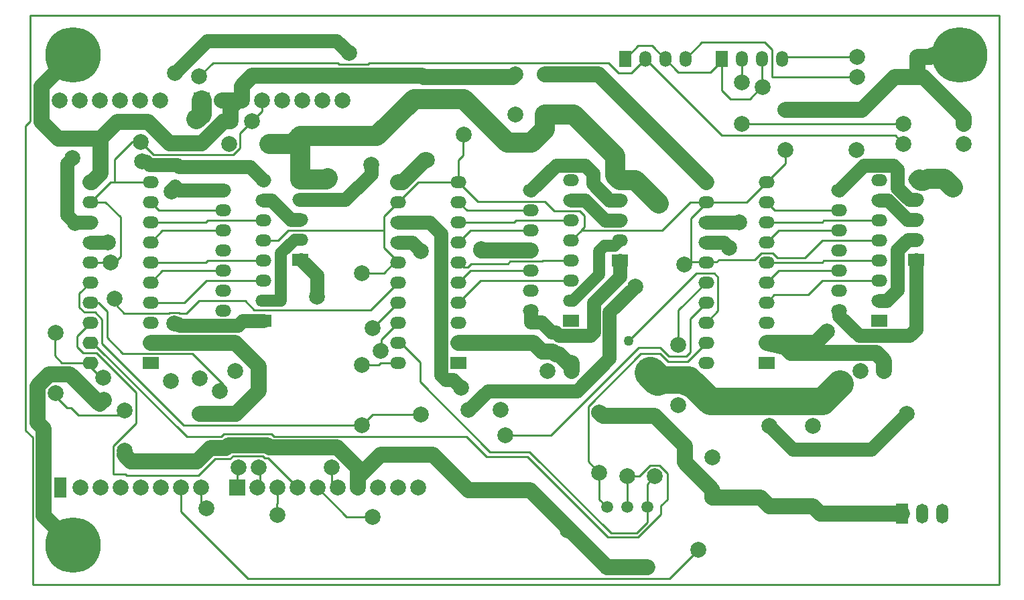
<source format=gbl>
%FSLAX24Y24*%
%MOMM*%
%SFA1B1*%

%IPPOS*%
%ADD10C,0.253999*%
%ADD11C,2.499995*%
%ADD12C,1.999996*%
%ADD13C,1.739997*%
%ADD14R,1.499997X1.499997*%
%ADD15C,1.499997*%
%ADD16R,1.999996X1.999996*%
%ADD17C,1.999996*%
%ADD18R,1.999996X1.499997*%
%ADD19O,1.999996X1.499997*%
%ADD20C,6.999986*%
%ADD21O,1.499997X2.499995*%
%ADD22R,1.499997X2.499995*%
%ADD23R,1.499997X1.999996*%
%ADD24O,1.499997X1.999996*%
%ADD25R,1.599997X2.499995*%
%ADD26R,1.999996X1.499997*%
%ADD27O,1.999996X1.499997*%
%ADD28O,1.999996X1.599997*%
%ADD29C,1.269997*%
%ADD30C,3.499993*%
%ADD31C,3.999992*%
%ADD32C,1.499997*%
%LNpcb1-1*%
%LPD*%
G54D10*
X904999Y613999D02*
X920799Y629799D01*
X781549Y681749D02*
X815049Y648249D01*
X830999Y407999D02*
X863139D01*
X71899Y407699D02*
X102699D01*
X26999Y315099D02*
X29999Y318099D01*
X71899Y275599D02*
X87499Y259999D01*
X596999Y188999D02*
Y193779D01*
X434999Y297999D02*
X439999Y302999D01*
X257999Y122999D02*
Y147999D01*
X28999Y237579D02*
Y242899D01*
X790719Y150709D02*
X801119Y140309D01*
Y107819D02*
Y140309D01*
X792989Y99689D02*
X801119Y107819D01*
X775399Y78499D02*
Y98099D01*
X762179Y65279D02*
X775399Y78499D01*
X729719Y65279D02*
X762179D01*
X792989Y88900D02*
Y99689D01*
X764289Y60199D02*
X792989Y88900D01*
X726009Y60199D02*
X764289D01*
X749999Y136899D02*
X765469D01*
X779279Y150709*
X790719*
X775399Y127299D02*
X784999Y136899D01*
X775399Y98099D02*
Y127299D01*
X749999Y98099D02*
Y136899D01*
X714999Y107699D02*
X724599Y98099D01*
X714999Y107699D02*
Y141899D01*
X624259Y161949D02*
X726009Y60199D01*
X626999Y167999D02*
X729719Y65279D01*
X457819Y408819D02*
Y410999D01*
X442999Y393999D02*
X457819Y408819D01*
X414999Y393999D02*
X442999D01*
X457819Y410999D02*
X461119Y407699D01*
X439999Y310099D02*
X461119Y331219D01*
X439999Y302999D02*
Y310099D01*
X289719Y162809D02*
X292719Y159809D01*
X252279Y162809D02*
X289719D01*
X240839Y190429D02*
X301159D01*
X923999Y685999D02*
X933379Y676619D01*
X844699Y685999D02*
X923999D01*
X823699Y664999D02*
X844699Y685999D01*
X933379Y641999D02*
X1040899D01*
X933379D02*
Y676619D01*
X208329Y137999D02*
X229329Y158999D01*
X117999Y137999D02*
X208329D01*
X116399Y139599D02*
X117999Y137999D01*
X101019Y139599D02*
X116399D01*
X1088899Y567999D02*
X1099399Y557499D01*
X869899Y567999D02*
X1088899D01*
X772899Y664999D02*
X869899Y567999D01*
X911339Y410999D02*
X919349Y419009D01*
X866140Y410999D02*
X911339D01*
X863139Y407999D02*
X866140Y410999D01*
X248469Y158999D02*
X252279Y162809D01*
X229329Y158999D02*
X248469D01*
X237409Y186999D02*
X240839Y190429D01*
X193999Y186999D02*
X237409D01*
X301159Y190429D02*
X304159Y187429D01*
X189919Y201899D02*
X414999D01*
X304159Y187429D02*
X547219D01*
X292719Y159809D02*
X296389D01*
X547219Y187429D02*
X572699Y161949D01*
X296389Y159809D02*
X333699Y122499D01*
X184479Y343049D02*
X192969D01*
X183719Y343809D02*
X184479Y343049D01*
X172279Y343809D02*
X183719D01*
X171519Y343049D02*
X172279Y343809D01*
X114479Y343049D02*
X171519D01*
X102999Y359999D02*
Y361999D01*
Y359999D02*
X104999Y357999D01*
Y352999D02*
Y357999D01*
X47919Y223979D02*
X57359Y214539D01*
X114319*
X114999Y215219*
X87999Y260499D02*
Y261999D01*
X87499Y259999D02*
X87999Y260499D01*
X239999Y248999D02*
Y252999D01*
X200749Y292249D02*
X239999Y252999D01*
X235999Y244999D02*
X239999Y248999D01*
X260999Y570999D02*
X275999Y585999D01*
X260909Y571089D02*
X260999Y570999D01*
X260909Y551779D02*
Y571089D01*
X151709Y543689D02*
X252819D01*
X135399Y559999D02*
X151709Y543689D01*
X252819D02*
X260909Y551779D01*
X946199Y664999D02*
X948199Y666999D01*
X1040899*
X801999Y281999D02*
X826239D01*
X791709Y292289D02*
X801999Y281999D01*
X767549Y292289D02*
X791709D01*
X826239Y281999D02*
X850339Y306099D01*
X824999Y288999D02*
X829999Y293999D01*
X802999Y288999D02*
X824999D01*
X792129Y299869D02*
X802999Y288999D01*
X829999Y293999D02*
Y336559D01*
X850339Y356899*
X764989Y299869D02*
X792129D01*
X436999Y295999D02*
X438999D01*
X434999Y297999D02*
X436999Y295999D01*
X439149Y280699D02*
X461119D01*
X436549Y278099D02*
X439149Y280699D01*
X74899Y306099D02*
X193999Y186999D01*
X112959Y292249D02*
X200749D01*
X28999Y237579D02*
X42599Y223979D01*
X26999Y289919D02*
Y315099D01*
Y289919D02*
X36219Y280699D01*
X442999Y447709D02*
Y465779D01*
X321709Y447709D02*
X442999D01*
X309309Y435309D02*
X321709Y447709D01*
X290419Y435309D02*
X309309D01*
X422749Y657999D02*
X424749Y659999D01*
X386249Y657999D02*
X422749D01*
X384249Y659999D02*
X386249Y657999D01*
X226959Y659999D02*
X384249D01*
X424749D02*
X726999D01*
X855749Y648249D02*
X869999Y662499D01*
X815049Y648249D02*
X855749D01*
X764249Y681749D02*
X781549D01*
X747499Y664999D02*
X764249Y681749D01*
X739749Y647249D02*
X755149D01*
X726999Y659999D02*
X739749Y647249D01*
X691769Y448289D02*
X695999Y452519D01*
X691769Y447439D02*
Y448289D01*
X679639Y435309D02*
X691769Y447439D01*
X695999Y452519D02*
Y466999D01*
X690529Y472469D02*
X695999Y466999D01*
X658169Y472469D02*
X690529D01*
X751999Y307999D02*
X837849Y393849D01*
X750999Y306999D02*
X751999Y307999D01*
X576999Y167999D02*
X626999D01*
X488539Y256459D02*
X576999Y167999D01*
X488539Y256459D02*
Y281459D01*
X442999Y426199D02*
Y447709D01*
X920799Y629799D02*
Y662499D01*
Y629199D02*
Y629799D01*
X895399Y635399D02*
Y662499D01*
X880999Y613999D02*
X904999D01*
X869999Y624999D02*
X880999Y613999D01*
X869999Y624999D02*
Y662499D01*
X920799Y629199D02*
X920999Y628999D01*
X926539Y509299D02*
X949999Y532759D01*
Y549599*
X821999Y404999D02*
X824999Y407999D01*
X830999*
Y462999*
X939729Y412999D02*
X974879D01*
X933719Y419009D02*
X939729Y412999D01*
X919349Y419009D02*
X933719D01*
X974879Y412999D02*
X997179Y435309D01*
X845339Y407699D02*
X850339D01*
X864999Y346159D02*
Y388999D01*
X860149Y393849D02*
X864999Y388999D01*
X837849Y393849D02*
X860149D01*
X850339Y331499D02*
X864999Y346159D01*
X428309Y324089D02*
X461119Y356899D01*
Y331219D02*
Y331499D01*
X830999Y462999D02*
X850339Y482339D01*
Y483899*
X829899D02*
X850339D01*
X794289Y448289D02*
X829899Y483899D01*
X691769Y448289D02*
X794289D01*
X463899Y306099D02*
X488539Y281459D01*
X461119Y306099D02*
X463899D01*
X442999Y465779D02*
X461119Y483899D01*
X442999Y426199D02*
X461119Y408079D01*
X542999Y542999D02*
Y567999D01*
X543999Y568999*
X536999Y536999D02*
X542999Y542999D01*
X536999Y509619D02*
X537319Y509299D01*
X536999Y509619D02*
Y536999D01*
X755149Y647249D02*
X772899Y664999D01*
X209479Y642519D02*
X226959Y659999D01*
X275999Y585999D02*
X288699Y598699D01*
X376999Y129999D02*
X384499Y122499D01*
X376999Y129999D02*
Y147999D01*
X395599Y85999D02*
X428999D01*
X359099Y122499D02*
X395599Y85999D01*
X307999Y88599D02*
X308299Y88299D01*
X307999Y88599D02*
Y102999D01*
X288699Y598699D02*
Y612499D01*
X211699Y104299D02*
X218999Y96999D01*
X211699Y104299D02*
Y122499D01*
X270969Y8029D02*
X804089D01*
X186299Y92699D02*
X270969Y8029D01*
X186299Y92699D02*
Y122499D01*
X307999Y102999D02*
X308299Y102699D01*
Y103299D02*
Y122499D01*
X257499D02*
X257999Y122999D01*
X282899Y122499D02*
X285999Y125599D01*
Y144999*
X595999Y194779D02*
X596999Y193779D01*
Y188999D02*
X654119D01*
X572699Y161949D02*
X624259D01*
X654119Y188999D02*
X764989Y299869D01*
X595999Y188999D02*
Y194779D01*
X64679Y344319D02*
X78159D01*
X57999Y350999D02*
X64679Y344319D01*
X57999Y350999D02*
Y368399D01*
X71899Y382299*
X114479Y343049D02*
X114709Y343289D01*
X104999Y352999D02*
X114709Y343289D01*
X92999Y312209D02*
Y345939D01*
X78159Y344319D02*
X86999Y335479D01*
Y304819D02*
Y335479D01*
X92999Y312209D02*
X112959Y292249D01*
X86999Y304819D02*
X189919Y201899D01*
X82039Y356899D02*
X92999Y345939D01*
X129719Y203859D02*
Y243279D01*
X79999Y292999D02*
X129719Y243279D01*
X62999Y292999D02*
X79999D01*
X71899Y306099D02*
X74899D01*
X54999Y300999D02*
X62999Y292999D01*
X54999Y300999D02*
Y314599D01*
X71899Y331499*
Y275599D02*
Y280699D01*
X109999Y414999D02*
Y464999D01*
X91099Y483899D02*
X109999Y464999D01*
X71899Y483899D02*
X91099D01*
X102699Y407699D02*
X109999Y414999D01*
X102499Y509299D02*
Y537499D01*
Y509299D02*
X148099D01*
X97299D02*
X102499D01*
Y537499D02*
X124999Y559999D01*
X135399*
X36219Y280699D02*
X71899D01*
Y483899D02*
X97299Y509299D01*
X461119Y483899D02*
X486519Y509299D01*
X537319*
X414999Y278099D02*
X436549D01*
X537319Y509299D02*
X561829Y484789D01*
X645849*
X658169Y472469*
X997179Y435309D02*
X1068859D01*
X850339Y483899D02*
X901139D01*
X926539Y509299*
Y483899D02*
X937029Y473409D01*
X1018059*
X926539Y458499D02*
X996369D01*
X998579Y460709*
X1068859*
X926539Y433099D02*
X941439Y448009D01*
X1018059*
X926539Y407699D02*
X996369D01*
X998579Y409909*
X1068859*
X926539Y382299D02*
X941439Y397209D01*
X1018059*
X926539Y356899D02*
X936059Y366419D01*
X979049*
X997129Y384509*
X1068859*
X537319Y483899D02*
X547809Y473409D01*
X628839*
X537319Y458499D02*
X607239D01*
X609449Y460709*
X679639*
X537319Y433099D02*
X552229Y448009D01*
X628839*
X537319Y407699D02*
X543799Y401219D01*
X548759*
X553469Y405939*
X599339*
X602199Y408799*
X642649*
X643759Y409909*
X679639*
X537319Y382299D02*
X552229Y397209D01*
X628839*
X537319Y356899D02*
X564929Y384509D01*
X679639*
X148099Y483899D02*
X158589Y473409D01*
X239619*
X148099Y458499D02*
X218109D01*
X220319Y460709*
X290419*
X148099Y433099D02*
X163009Y448009D01*
X239619*
X148099Y407699D02*
X218109D01*
X220319Y409909*
X290419*
X148099Y382299D02*
X163009Y397209D01*
X239619*
X148099Y356899D02*
X191009D01*
X218619Y384509*
X290419*
X700969Y155929D02*
X714999Y141899D01*
X700969Y155929D02*
Y225709D01*
X767549Y292289*
X804089Y8029D02*
X840409Y44349D01*
X895399Y582499D02*
X1099399D01*
X101019Y175159D02*
X129719Y203859D01*
X101019Y139599D02*
Y175159D01*
X71899Y356899D02*
X82039D01*
X814999Y303099D02*
Y346959D01*
X850339Y382299*
X42599Y223979D02*
X47919D01*
X192969Y343049D02*
X208969Y359059D01*
X267639*
X279069Y347629*
X426439*
X461119Y382299*
X414999Y201899D02*
X428319Y215219D01*
X489999*
X-999Y0D02*
Y185999D01*
X-9999Y194999D02*
X-999Y185999D01*
X-9999Y194999D02*
Y579999D01*
X-3999Y585999*
Y719999*
X1219999*
Y0D02*
Y719999D01*
X-999Y0D02*
X1219999D01*
G54D11*
X205799Y588199D02*
X212499Y594899D01*
X734999Y517599D02*
X740999Y511599D01*
X734999Y517599D02*
Y541999D01*
X682399Y594599D02*
X734999Y541999D01*
X1150999Y512999D02*
X1161999Y501999D01*
X1130249Y512999D02*
X1150999D01*
X1119929Y512299D02*
X1121589Y510639D01*
X1124829*
X760399Y511599D02*
X789999Y481999D01*
X740999Y511599D02*
X760399D01*
X543999Y613999D02*
X598999Y558999D01*
X480999Y613999D02*
X543999D01*
X433999Y566999D02*
X480999Y613999D01*
X628999Y558999D02*
X645999Y575999D01*
X598999Y558999D02*
X628999D01*
X645999Y575999D02*
Y594599D01*
X297899Y557499D02*
X327499D01*
X336999Y566999*
X433999*
X645999Y594599D02*
X682399D01*
X212499Y594899D02*
Y612499D01*
X370599Y512599D02*
X371999Y513999D01*
X336999Y512599D02*
X370599D01*
X336999D02*
Y566999D01*
G54D12*
X926539Y306099D02*
X988109D01*
X945469Y301719D02*
X949489Y300789D01*
X565999Y422609D02*
X628839D01*
X627299Y119199D02*
X724599Y21899D01*
X537319Y306099D02*
X631899D01*
X83899Y228349D02*
X88999Y233449D01*
X123419Y155999D02*
X206799D01*
X246559Y176619D02*
X295439D01*
X105999Y584999D02*
X144999D01*
X84599Y563599D02*
X105999Y584999D01*
X84599Y559999D02*
Y563599D01*
X80329Y564269D02*
X84599Y559999D01*
X31729Y564269D02*
X80329D01*
X10459Y585539D02*
X31729Y564269D01*
X10459Y585539D02*
Y630459D01*
X148099Y306099D02*
X254899D01*
X284999Y269999D02*
Y275999D01*
X4999Y204999D02*
X12999Y196999D01*
Y86999D02*
Y196999D01*
Y86999D02*
X49999Y49999D01*
X4999Y204999D02*
Y251099D01*
X206799Y155999D02*
X209999Y159199D01*
X115209Y164209D02*
X123419Y155999D01*
X242939Y172999D02*
X246559Y176619D01*
X223799Y172999D02*
X242939D01*
X209999Y159199D02*
X223799Y172999D01*
X295439Y176619D02*
X298439Y173619D01*
X255799Y215799D02*
X284999Y244999D01*
X209999Y215799D02*
X255799D01*
X298439Y173619D02*
X383779D01*
X409899Y147499*
X88999Y232999D02*
Y233449D01*
X46249Y265999D02*
X83899Y228349D01*
X10459Y630459D02*
X49999Y669999D01*
X263299Y612499D02*
Y630299D01*
X276499Y643499*
X491499*
X1064999Y292999D02*
X1074999Y282999D01*
X957279Y292999D02*
X1064999D01*
X949489Y300789D02*
X957279Y292999D01*
X1074999Y269999D02*
Y282999D01*
X655999Y294999D02*
X659999Y290999D01*
X642999Y294999D02*
X655999D01*
X631899Y306099D02*
X642999Y294999D01*
X659999Y290999D02*
X663999D01*
X677499Y277499*
X679999Y279999*
Y269999D02*
Y279999D01*
X212809Y557809D02*
X240999Y585999D01*
X248999*
X172189Y557809D02*
X212809D01*
X784999Y213099D02*
X822999Y175099D01*
Y154819D02*
Y175099D01*
Y154819D02*
X857999Y119819D01*
X1046399Y600399D02*
X1087999Y641999D01*
X1117099*
Y666999*
X1124999Y641999D02*
X1175599Y591399D01*
X1118099Y641999D02*
X1124999D01*
X1117099Y666999D02*
X1130099D01*
X1039999Y600399D02*
X1046399D01*
X19899Y265999D02*
X46249D01*
X4999Y251099D02*
X19899Y265999D01*
X491499Y643499D02*
X492999Y641999D01*
X918599Y110599D02*
X929999Y99199D01*
X857999Y110599D02*
X918599D01*
X237899Y612499D02*
X258499D01*
X248999Y602999D02*
X258499Y612499D01*
X857999Y110599D02*
Y119819D01*
X258499Y612499D02*
X263299D01*
X248999Y585999D02*
Y602999D01*
X1175599Y582499D02*
Y591399D01*
X926539Y306099D02*
X945469Y301719D01*
X494689Y536999D02*
X496999D01*
X466989Y509299D02*
X494689Y536999D01*
X461119Y509299D02*
X466989D01*
X492999Y641999D02*
X605599D01*
X645999Y645399D02*
X714239D01*
X850339Y509299*
X605599Y641999D02*
X608999Y645399D01*
X144999Y584999D02*
X172189Y557809D01*
X284999Y244999D02*
Y269999D01*
X84599Y519599D02*
Y559999D01*
X74299Y509299D02*
X84599Y519599D01*
X71899Y509299D02*
X74299D01*
X409899Y135809D02*
Y147499D01*
Y135809D02*
X438509Y164419D01*
X489999*
X409899Y122499D02*
Y135809D01*
X254899Y306099D02*
X284999Y275999D01*
X489999Y164419D02*
X504779D01*
X549999Y119199*
X589999*
X627299*
X724599Y21899D02*
X749999D01*
X775399*
X749999Y213099D02*
X784999D01*
X719999D02*
X749999D01*
X714999Y218099D02*
X719999Y213099D01*
X929999Y99199D02*
X984999D01*
X994199Y89999*
X1097499*
X988109Y306099D02*
X1002469Y320449D01*
X949999Y600399D02*
X1039999D01*
X1130099Y666999D02*
X1130229Y667129D01*
X1133489*
X1136359Y669999*
X1169999*
G54D13*
X628839Y331619D02*
X642379D01*
X336559Y486899D02*
X393959D01*
X178739Y503839D02*
X183769Y498809D01*
X727939Y344369D02*
X760569Y376999D01*
X174999Y496999D02*
Y500089D01*
X178739Y503839*
X177999Y329999D02*
X182649D01*
X185089Y327559*
X258249*
X1106969Y314969D02*
X1114999Y322999D01*
X1018059Y339939D02*
X1043029Y314969D01*
X1106969*
X664139Y314859D02*
X703859D01*
X659999Y318999D02*
X664139Y314859D01*
X654999Y318999D02*
X659999D01*
X642379Y331619D02*
X654999Y318999D01*
X181319Y531179D02*
X184279Y528219D01*
X146529Y531179D02*
X181319D01*
X142709Y534999D02*
X146529Y531179D01*
X1058519Y170999D02*
X1103319Y215799D01*
X959799Y170999D02*
X1058519D01*
X929999Y200799D02*
X959799Y170999D01*
X686729Y244999D02*
X727939Y286209D01*
X574199Y244999D02*
X686729D01*
X549999Y220799D02*
X574199Y244999D01*
X1086749Y530249D02*
X1091999Y524999D01*
Y501729D02*
Y524999D01*
Y501729D02*
X1106839Y486899D01*
X1049509Y530249D02*
X1086749D01*
X1018059Y339939D02*
Y346409D01*
X722199Y460799D02*
X740999D01*
X696999Y485999D02*
X722199Y460799D01*
X687999Y485999D02*
X696999D01*
X727799Y486199D02*
X740999D01*
X706829Y507169D02*
X727799Y486199D01*
X706829Y507169D02*
Y520169D01*
X696749Y530249D02*
X706829Y520169D01*
X660279Y530249D02*
X696749D01*
X707999Y318999D02*
Y356999D01*
X703859Y314859D02*
X707999Y318999D01*
X628839Y331619D02*
Y346409D01*
X382999Y687999D02*
X398999Y671999D01*
X219909Y687999D02*
X382999D01*
X338199Y410999D02*
X357999Y391199D01*
Y363999D02*
Y391199D01*
X850339Y458499D02*
X891999D01*
X872269Y433099D02*
X878999Y426369D01*
X850339Y433099D02*
X872269D01*
X707999Y356999D02*
X740999Y389999D01*
Y409999*
X727939Y286209D02*
Y344369D01*
X628839Y498809D02*
X660279Y530249D01*
X687889Y486109D02*
X687999Y485999D01*
X679639Y486109D02*
X687889D01*
X461119Y433099D02*
X478899D01*
X489999Y421999*
X514999Y265119D02*
Y443999D01*
X500499Y458499D02*
X514999Y443999D01*
X461119Y458499D02*
X500499D01*
X514999Y265119D02*
X521119Y258999D01*
X137499Y534999D02*
X142709D01*
X184279Y528219D02*
X273709D01*
X426999Y518999D02*
Y530999D01*
X410059Y502059D02*
X426999Y518999D01*
X409119Y502059D02*
X410059D01*
X178739Y646839D02*
X219909Y687999D01*
X529999Y258999D02*
X539999Y248999D01*
X521119Y258999D02*
X529999D01*
X71899Y433099D02*
X94399D01*
X42499Y532499D02*
X49429Y539429D01*
X42499Y467499D02*
Y532499D01*
Y467499D02*
X52499Y457499D01*
X53499Y458499D02*
X71899D01*
X258249Y327559D02*
X264389Y333709D01*
X290419*
X273709Y528219D02*
X290419Y511509D01*
X1018059Y498809D02*
X1049509Y530249D01*
X1106839Y486899D02*
X1114999D01*
X1068859Y486109D02*
X1079429D01*
X1104039Y461499*
X1114999*
X1068859Y359109D02*
X1078459D01*
X1091869Y372519*
Y423059*
X1104909Y436099*
X1114999*
Y322999D02*
Y410699D01*
X183769Y498809D02*
X239619D01*
X393959Y486899D02*
X409119Y502059D01*
X290419Y486109D02*
X301169D01*
X325779Y461499*
X336559*
G54D14*
X724599Y21899D03*
G54D15*
X749999Y21899D03*
X775399D03*
X724599Y98099D03*
X749999D03*
X775399D03*
G54D16*
X257499Y122499D03*
X212499Y612499D03*
G54D17*
X282899Y122499D03*
X333699D03*
X359099D03*
X384499D03*
X409899D03*
X435299D03*
X460699D03*
X486099D03*
X308299D03*
X649999Y269999D03*
X679999D03*
X254999D03*
X284999D03*
X857999Y161399D03*
Y110599D03*
X608999Y645399D03*
Y594599D03*
X645999Y645399D03*
Y594599D03*
X211699Y122499D03*
X186299D03*
X160899D03*
X135499D03*
X110099D03*
X84699D03*
X59299D03*
X929999Y200799D03*
Y99199D03*
X984999Y200799D03*
Y99199D03*
X1175599Y582499D03*
X1099399D03*
X814999Y303099D03*
Y226899D03*
X27999Y241899D03*
Y318099D03*
X749999Y136899D03*
Y213099D03*
X784999Y136899D03*
Y213099D03*
X247099Y557499D03*
X297899D03*
X84599Y559999D03*
X135399D03*
X390299Y612499D03*
X364899D03*
X339499D03*
X314099D03*
X288699D03*
X263299D03*
X237899D03*
X32999D03*
X58399D03*
X83799D03*
X109199D03*
X134599D03*
X159999D03*
X114999Y220399D03*
Y169599D03*
X173999Y257799D03*
Y156199D03*
X209999Y260799D03*
Y159199D03*
X414999Y201899D03*
Y278099D03*
X489999Y215219D03*
Y164419D03*
X549999Y220799D03*
Y119199D03*
X589999Y220799D03*
Y119199D03*
X714999Y141899D03*
Y218099D03*
X1044999Y269999D03*
X1074999D03*
X949999Y600399D03*
Y549599D03*
X1039999Y600399D03*
Y549599D03*
X1117099Y641999D03*
X1040899D03*
X1117099Y666999D03*
X1040899D03*
X1175599Y557499D03*
X1099399D03*
X760569Y376999D03*
X174999Y496999D03*
X258999Y147999D03*
X177999Y329999D03*
X102999Y361999D03*
X87999Y261999D03*
X88999Y232999D03*
X235999Y244999D03*
X248999Y585999D03*
X438999Y295999D03*
X398999Y671999D03*
X357999Y363999D03*
X414999Y393999D03*
X949999Y302999D03*
X674999Y68999D03*
X894999Y635000D03*
X920999Y628999D03*
X878999Y426369D03*
X891999Y458499D03*
X821999Y404999D03*
X428309Y324089D03*
X1161999Y501999D03*
X789999Y481999D03*
X543999Y568999D03*
X565999Y305999D03*
Y423999D03*
X496999Y536999D03*
X492999Y641999D03*
X489999Y421999D03*
X376999Y147999D03*
X428999Y85999D03*
X308299Y88299D03*
X209479Y642519D03*
X205999Y587999D03*
X371999Y513999D03*
X275999Y585999D03*
X218999Y96999D03*
X284999Y147999D03*
X539999Y248999D03*
X595999Y188999D03*
X97499Y407499D03*
X94399Y433099D03*
X49429Y539429D03*
X137499Y534999D03*
X52499Y457499D03*
X778839Y268479D03*
X1018979Y254149D03*
X1103319Y215799D03*
X840409Y44349D03*
X895399Y582499D03*
X178739Y646839D03*
X426999Y530999D03*
X209999Y215799D03*
X1002469Y320449D03*
G54D18*
X926539Y280699D03*
X148099D03*
X537319D03*
G54D19*
X926539Y306099D03*
Y331499D03*
Y356899D03*
Y382299D03*
Y407699D03*
Y433099D03*
Y458499D03*
Y483899D03*
Y509299D03*
X850339Y280699D03*
Y306099D03*
Y331499D03*
Y356899D03*
Y382299D03*
Y407699D03*
Y433099D03*
Y458499D03*
Y483899D03*
Y509299D03*
X148099Y306099D03*
Y331499D03*
Y356899D03*
Y382299D03*
Y407699D03*
Y433099D03*
Y458499D03*
Y483899D03*
Y509299D03*
X71899Y331499D03*
Y356899D03*
Y382299D03*
Y407699D03*
Y433099D03*
Y458499D03*
Y483899D03*
Y509299D03*
X537319Y306099D03*
Y331499D03*
Y356899D03*
Y382299D03*
Y407699D03*
Y433099D03*
Y458499D03*
Y483899D03*
Y509299D03*
X461119Y280699D03*
Y306099D03*
Y331499D03*
Y356899D03*
Y382299D03*
Y407699D03*
Y433099D03*
Y458499D03*
Y483899D03*
Y509299D03*
G54D20*
X49999Y669999D03*
X1169999D03*
X49999Y49999D03*
G54D21*
X1148299Y89999D03*
X1122899D03*
G54D22*
X1097499Y89999D03*
G54D23*
X747499Y664999D03*
X869999D03*
G54D24*
X772899Y664999D03*
X798299D03*
X823699D03*
X895399D03*
X920799D03*
X946199D03*
G54D25*
X33899Y122499D03*
G54D26*
X336999Y410999D03*
X1114999Y410699D03*
X1068859Y333709D03*
X740999Y409999D03*
X290419Y333709D03*
X679639D03*
G54D27*
X336999Y436399D03*
Y461799D03*
Y487199D03*
Y512599D03*
X1114999Y436099D03*
Y461499D03*
Y486899D03*
Y512299D03*
X1018059Y422609D03*
X1068859Y435309D03*
X1018059Y448009D03*
X1068859Y460709D03*
X1018059Y346409D03*
X1068859Y359109D03*
X1018059Y371809D03*
X1068859Y384509D03*
X1018059Y397209D03*
X1068859Y409909D03*
X1018059Y473409D03*
X1068859Y486109D03*
X1018059Y498809D03*
X1068859Y511509D03*
X740999Y435399D03*
Y460799D03*
Y486199D03*
Y511599D03*
X239619Y422609D03*
X290419Y435309D03*
X239619Y448009D03*
X290419Y460709D03*
X239619Y346409D03*
X290419Y359109D03*
X239619Y371809D03*
X290419Y384509D03*
X239619Y397209D03*
X290419Y409909D03*
X239619Y473409D03*
X290419Y486109D03*
X239619Y498809D03*
X290419Y511509D03*
X628839Y422609D03*
X679639Y435309D03*
X628839Y448009D03*
X679639Y460709D03*
X628839Y346409D03*
X679639Y359109D03*
X628839Y371809D03*
X679639Y384509D03*
X628839Y397209D03*
X679639Y409909D03*
X628839Y473409D03*
X679639Y486109D03*
X628839Y498809D03*
X679639Y511509D03*
G54D28*
X71899Y280699D03*
Y306099D03*
G54D29*
X751999Y307999D03*
G54D30*
X996859Y232039D02*
X1018979Y254149D01*
X824999Y256939D02*
X827059Y258999D01*
X788319D02*
X827059D01*
X824999Y256939D02*
X827439D01*
X829379Y254999*
X831999*
X854959Y232039*
X996859*
G54D31*
X778839Y268479D02*
X788319Y258999D01*
G54D32*
X721739Y428739D02*
X734339D01*
X714999Y421999D02*
X721739Y428739D01*
X714999Y391999D02*
Y421999D01*
X682109Y359109D02*
X714999Y391999D01*
X330399Y436399D02*
X336999D01*
X312999Y418999D02*
X330399Y436399D01*
X312999Y359109D02*
Y418999D01*
X290419Y359109D02*
X312999D01*
X734339Y428739D02*
X740999Y435399D01*
X679639Y359109D02*
X682109D01*
M02*
</source>
